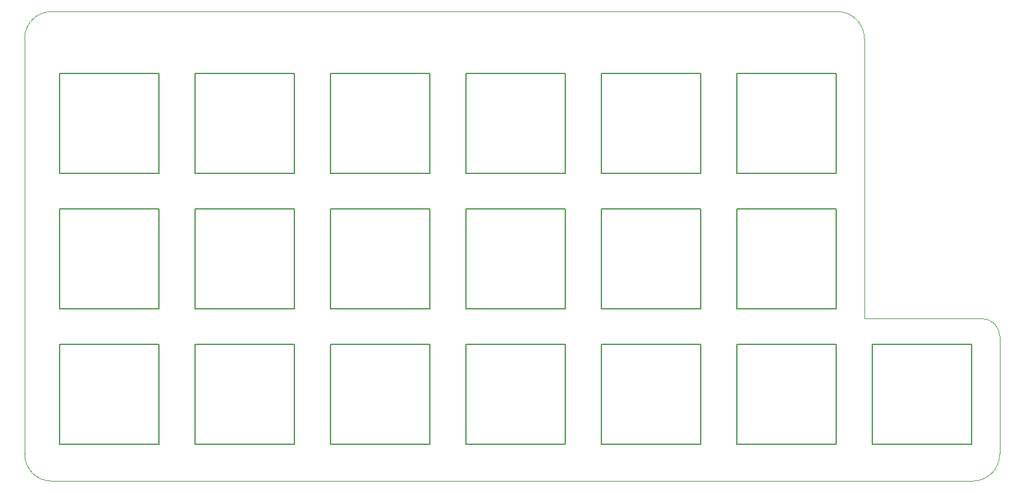
<source format=gbr>
G04 #@! TF.GenerationSoftware,KiCad,Pcbnew,(5.1.7)-1*
G04 #@! TF.CreationDate,2020-12-07T10:21:48+09:00*
G04 #@! TF.ProjectId,pisces_top_plate,70697363-6573-45f7-946f-705f706c6174,rev?*
G04 #@! TF.SameCoordinates,Original*
G04 #@! TF.FileFunction,Profile,NP*
%FSLAX46Y46*%
G04 Gerber Fmt 4.6, Leading zero omitted, Abs format (unit mm)*
G04 Created by KiCad (PCBNEW (5.1.7)-1) date 2020-12-07 10:21:48*
%MOMM*%
%LPD*%
G01*
G04 APERTURE LIST*
G04 #@! TA.AperFunction,Profile*
%ADD10C,0.200000*%
G04 #@! TD*
G04 #@! TA.AperFunction,Profile*
%ADD11C,0.050000*%
G04 #@! TD*
G04 APERTURE END LIST*
D10*
X62087700Y-57036700D02*
X62087700Y-43037400D01*
X76087000Y-43037400D02*
X76087000Y-57036700D01*
X43037650Y-57036700D02*
X43037650Y-43037400D01*
X43037650Y-43037400D02*
X57037200Y-43037400D01*
X57037200Y-43037400D02*
X57037200Y-57036700D01*
X76087000Y-57036700D02*
X62087700Y-57036700D01*
X57037200Y-57036700D02*
X43037650Y-57036700D01*
X152287000Y-57036700D02*
X138286300Y-57036700D01*
X43037650Y-81137400D02*
X57037200Y-81137400D01*
X133237000Y-62087500D02*
X133237000Y-76086900D01*
X100187700Y-57036700D02*
X100187700Y-43037400D01*
X119237700Y-62087500D02*
X133237000Y-62087500D01*
X119237700Y-57036700D02*
X119237700Y-43037400D01*
X100187700Y-62087500D02*
X114187000Y-62087500D01*
X57037200Y-95136860D02*
X43037650Y-95136860D01*
X119237700Y-76086900D02*
X119237700Y-62087500D01*
X100187700Y-43037400D02*
X114187000Y-43037400D01*
X133237000Y-57036700D02*
X119237700Y-57036700D01*
X57037200Y-76086900D02*
X43037650Y-76086900D01*
X57037200Y-62087500D02*
X57037200Y-76086900D01*
X62087700Y-76086900D02*
X62087700Y-62087500D01*
X76087000Y-76086900D02*
X62087700Y-76086900D01*
X62087700Y-95136860D02*
X62087700Y-81137400D01*
X76087000Y-62087500D02*
X76087000Y-76086900D01*
X62087700Y-62087500D02*
X76087000Y-62087500D01*
X81137700Y-76086900D02*
X81137700Y-62087500D01*
X95137000Y-76086900D02*
X81137700Y-76086900D01*
X114187000Y-62087500D02*
X114187000Y-76086900D01*
X95137000Y-62087500D02*
X95137000Y-76086900D01*
X100187700Y-76086900D02*
X100187700Y-62087500D01*
X133237000Y-76086900D02*
X119237700Y-76086900D01*
X138286300Y-62087500D02*
X152287000Y-62087500D01*
X152287000Y-62087500D02*
X152287000Y-76086900D01*
X138286300Y-76086900D02*
X138286300Y-62087500D01*
X95137000Y-57036700D02*
X81137700Y-57036700D01*
X57037200Y-81137400D02*
X57037200Y-95136860D01*
X43037650Y-76086900D02*
X43037650Y-62087500D01*
X43037650Y-95136860D02*
X43037650Y-81137400D01*
X133237000Y-43037400D02*
X133237000Y-57036700D01*
X62087700Y-43037400D02*
X76087000Y-43037400D01*
X114187000Y-43037400D02*
X114187000Y-57036700D01*
X43037650Y-62087500D02*
X57037200Y-62087500D01*
X95137000Y-43037400D02*
X95137000Y-57036700D01*
X138286300Y-57036700D02*
X138286300Y-43037400D01*
X152287000Y-76086900D02*
X138286300Y-76086900D01*
X81137700Y-62087500D02*
X95137000Y-62087500D01*
X114187000Y-76086900D02*
X100187700Y-76086900D01*
X81137700Y-57036700D02*
X81137700Y-43037400D01*
X81137700Y-43037400D02*
X95137000Y-43037400D01*
X114187000Y-57036700D02*
X100187700Y-57036700D01*
X152287000Y-43037400D02*
X152287000Y-57036700D01*
X119237700Y-43037400D02*
X133237000Y-43037400D01*
X138286300Y-43037400D02*
X152287000Y-43037400D01*
X171337000Y-95136860D02*
X157336000Y-95136860D01*
X157336000Y-81137400D02*
X171337000Y-81137400D01*
X95137000Y-81137400D02*
X95137000Y-95136860D01*
X100187700Y-81137400D02*
X114187000Y-81137400D01*
X133237000Y-95136860D02*
X119237700Y-95136860D01*
X152287000Y-95136860D02*
X138286300Y-95136860D01*
X81137700Y-95136860D02*
X81137700Y-81137400D01*
X114187000Y-95136860D02*
X100187700Y-95136860D01*
X81137700Y-81137400D02*
X95137000Y-81137400D01*
X119237700Y-95136860D02*
X119237700Y-81137400D01*
X119237700Y-81137400D02*
X133237000Y-81137400D01*
X157336000Y-95136860D02*
X157336000Y-81137400D01*
X95137000Y-95136860D02*
X81137700Y-95136860D01*
X76087000Y-81137400D02*
X76087000Y-95136860D01*
X138286300Y-95136860D02*
X138286300Y-81137400D01*
X100187700Y-95136860D02*
X100187700Y-81137400D01*
X114187000Y-81137400D02*
X114187000Y-95136860D01*
X138286300Y-81137400D02*
X152287000Y-81137400D01*
X133237000Y-81137400D02*
X133237000Y-95136860D01*
X171337000Y-81137400D02*
X171337000Y-95136860D01*
X152287000Y-81137400D02*
X152287000Y-95136860D01*
X76087000Y-95136860D02*
X62087700Y-95136860D01*
X62087700Y-81137400D02*
X76087000Y-81137400D01*
D11*
X172720000Y-77470000D02*
G75*
G02*
X175260000Y-80010000I0J-2540000D01*
G01*
X156210000Y-77470000D02*
X172720000Y-77470000D01*
X156210000Y-38100000D02*
X156210000Y-77470000D01*
X175260000Y-96520000D02*
X175260000Y-80010000D01*
X38100000Y-38100000D02*
G75*
G02*
X41910000Y-34290000I3810000J0D01*
G01*
X152400000Y-34290000D02*
G75*
G02*
X156210000Y-38100000I0J-3810000D01*
G01*
X175260000Y-96520000D02*
G75*
G02*
X171450000Y-100330000I-3810000J0D01*
G01*
X41910000Y-100330000D02*
G75*
G02*
X38100000Y-96520000I0J3810000D01*
G01*
X152400000Y-34290000D02*
X41910000Y-34290000D01*
X41910000Y-100330000D02*
X171450000Y-100330000D01*
X38100000Y-38100000D02*
X38100000Y-96520000D01*
M02*

</source>
